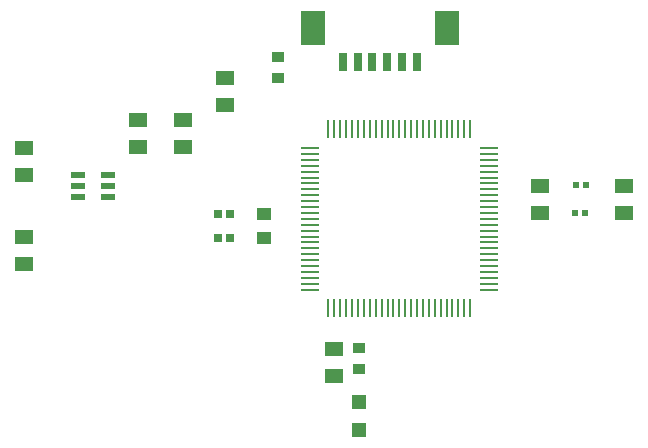
<source format=gtp>
G04*
G04 #@! TF.GenerationSoftware,Altium Limited,Altium Designer,18.1.7 (191)*
G04*
G04 Layer_Color=8421504*
%FSLAX25Y25*%
%MOIN*%
G70*
G01*
G75*
%ADD19R,0.05118X0.03937*%
%ADD20R,0.04764X0.02284*%
%ADD21O,0.00381X0.06090*%
%ADD22O,0.06090X0.00381*%
%ADD23R,0.05906X0.05118*%
%ADD24R,0.03937X0.03543*%
%ADD25R,0.04724X0.04724*%
%ADD26R,0.08268X0.11811*%
%ADD27R,0.03150X0.06299*%
%ADD28R,0.02835X0.02835*%
%ADD29R,0.02126X0.02362*%
D19*
X131280Y94276D02*
D03*
Y102150D02*
D03*
D20*
X79220Y115390D02*
D03*
Y111650D02*
D03*
Y107909D02*
D03*
X69339D02*
D03*
Y111650D02*
D03*
Y115390D02*
D03*
D21*
X152657Y130472D02*
D03*
X154626D02*
D03*
X156595D02*
D03*
X158563Y130472D02*
D03*
X160531D02*
D03*
X162500D02*
D03*
X164469D02*
D03*
X166437Y130472D02*
D03*
X168405Y130472D02*
D03*
X170374D02*
D03*
X172343D02*
D03*
X174311D02*
D03*
X176279D02*
D03*
X178248Y130472D02*
D03*
X180217D02*
D03*
X182185Y130472D02*
D03*
X184153D02*
D03*
X186122D02*
D03*
X188091D02*
D03*
X190059D02*
D03*
X192028Y130472D02*
D03*
X193996D02*
D03*
X195965D02*
D03*
X197933Y130472D02*
D03*
X199902D02*
D03*
Y70827D02*
D03*
X197933Y70827D02*
D03*
X195965D02*
D03*
X193996Y70827D02*
D03*
X192028D02*
D03*
X190059Y70827D02*
D03*
X188091D02*
D03*
X186122Y70827D02*
D03*
X184153D02*
D03*
X182185D02*
D03*
X180217D02*
D03*
X178248D02*
D03*
X176279D02*
D03*
X174311D02*
D03*
X172343D02*
D03*
X170374D02*
D03*
X168405D02*
D03*
X166437D02*
D03*
X164469Y70827D02*
D03*
X162500D02*
D03*
X160531Y70827D02*
D03*
X158563D02*
D03*
X156595Y70827D02*
D03*
X154626D02*
D03*
X152657D02*
D03*
D22*
X206102Y124272D02*
D03*
Y122303D02*
D03*
Y120335D02*
D03*
Y118366D02*
D03*
Y116398D02*
D03*
Y114429D02*
D03*
Y112461D02*
D03*
X206102Y110492D02*
D03*
X206102Y108524D02*
D03*
Y106555D02*
D03*
Y104587D02*
D03*
X206102Y102618D02*
D03*
Y100650D02*
D03*
Y98681D02*
D03*
Y96713D02*
D03*
X206102Y94744D02*
D03*
Y92776D02*
D03*
Y90807D02*
D03*
Y88839D02*
D03*
Y86870D02*
D03*
Y84902D02*
D03*
Y82933D02*
D03*
Y80965D02*
D03*
Y78996D02*
D03*
Y77028D02*
D03*
X146457D02*
D03*
Y78996D02*
D03*
Y80965D02*
D03*
X146457Y82933D02*
D03*
Y84902D02*
D03*
X146457Y86870D02*
D03*
Y88839D02*
D03*
X146457Y90807D02*
D03*
X146457Y92776D02*
D03*
Y94744D02*
D03*
X146457Y96713D02*
D03*
Y98681D02*
D03*
Y100650D02*
D03*
Y102618D02*
D03*
Y104587D02*
D03*
X146457Y106555D02*
D03*
Y108524D02*
D03*
X146457Y110492D02*
D03*
X146457Y112461D02*
D03*
Y114429D02*
D03*
Y116398D02*
D03*
Y118366D02*
D03*
Y120335D02*
D03*
Y122303D02*
D03*
Y124272D02*
D03*
D23*
X104279Y133650D02*
D03*
Y124650D02*
D03*
X51279Y115150D02*
D03*
Y124150D02*
D03*
X118280Y138650D02*
D03*
Y147650D02*
D03*
X51279Y85650D02*
D03*
Y94650D02*
D03*
X251279Y111650D02*
D03*
Y102650D02*
D03*
X223280Y111650D02*
D03*
Y102650D02*
D03*
X89280Y133650D02*
D03*
Y124650D02*
D03*
X154626Y57150D02*
D03*
Y48150D02*
D03*
D24*
X162779Y50650D02*
D03*
Y57650D02*
D03*
X135780Y154650D02*
D03*
Y147650D02*
D03*
D25*
X162779Y39650D02*
D03*
Y30201D02*
D03*
D26*
X147437Y164358D02*
D03*
X192122D02*
D03*
D27*
X157476Y152941D02*
D03*
X167319D02*
D03*
X172240D02*
D03*
X177161D02*
D03*
X182083D02*
D03*
X162398D02*
D03*
D28*
X119748Y102150D02*
D03*
X115811D02*
D03*
X119748Y94276D02*
D03*
X115811D02*
D03*
D29*
X235079Y111961D02*
D03*
X238480D02*
D03*
X234878Y102650D02*
D03*
X238280D02*
D03*
M02*

</source>
